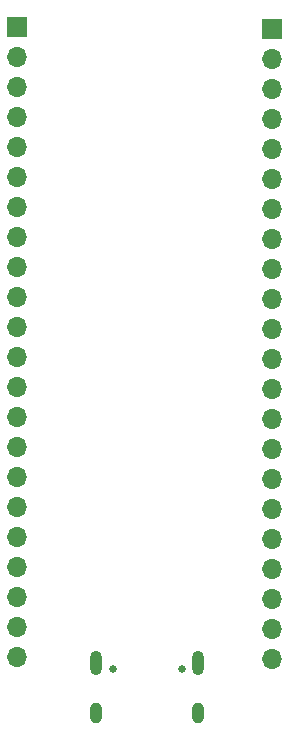
<source format=gbs>
%TF.GenerationSoftware,KiCad,Pcbnew,8.0.3*%
%TF.CreationDate,2024-10-04T21:01:27+05:30*%
%TF.ProjectId,TP4056,54503430-3536-42e6-9b69-6361645f7063,rev?*%
%TF.SameCoordinates,Original*%
%TF.FileFunction,Soldermask,Bot*%
%TF.FilePolarity,Negative*%
%FSLAX46Y46*%
G04 Gerber Fmt 4.6, Leading zero omitted, Abs format (unit mm)*
G04 Created by KiCad (PCBNEW 8.0.3) date 2024-10-04 21:01:27*
%MOMM*%
%LPD*%
G01*
G04 APERTURE LIST*
%ADD10R,1.700000X1.700000*%
%ADD11O,1.700000X1.700000*%
%ADD12C,0.650000*%
%ADD13O,1.000000X2.100000*%
%ADD14O,1.000000X1.800000*%
G04 APERTURE END LIST*
D10*
%TO.C,J3*%
X85375000Y-64825000D03*
D11*
X85375000Y-67365000D03*
X85375000Y-69905000D03*
X85375000Y-72445000D03*
X85375000Y-74985000D03*
X85375000Y-77525000D03*
X85375000Y-80065000D03*
X85375000Y-82605000D03*
X85375000Y-85145000D03*
X85375000Y-87685000D03*
X85375000Y-90225000D03*
X85375000Y-92765000D03*
X85375000Y-95305000D03*
X85375000Y-97845000D03*
X85375000Y-100385000D03*
X85375000Y-102925000D03*
X85375000Y-105465000D03*
X85375000Y-108005000D03*
X85375000Y-110545000D03*
X85375000Y-113085000D03*
X85375000Y-115625000D03*
X85375000Y-118165000D03*
%TD*%
D12*
%TO.C,J1*%
X71935000Y-119010000D03*
X77715000Y-119010000D03*
D13*
X70505000Y-118510000D03*
D14*
X70505000Y-122690000D03*
D13*
X79145000Y-118510000D03*
D14*
X79145000Y-122690000D03*
%TD*%
D10*
%TO.C,J2*%
X63775000Y-64675000D03*
D11*
X63775000Y-67215000D03*
X63775000Y-69755000D03*
X63775000Y-72295000D03*
X63775000Y-74835000D03*
X63775000Y-77375000D03*
X63775000Y-79915000D03*
X63775000Y-82455000D03*
X63775000Y-84995000D03*
X63775000Y-87535000D03*
X63775000Y-90075000D03*
X63775000Y-92615000D03*
X63775000Y-95155000D03*
X63775000Y-97695000D03*
X63775000Y-100235000D03*
X63775000Y-102775000D03*
X63775000Y-105315000D03*
X63775000Y-107855000D03*
X63775000Y-110395000D03*
X63775000Y-112935000D03*
X63775000Y-115475000D03*
X63775000Y-118015000D03*
%TD*%
M02*

</source>
